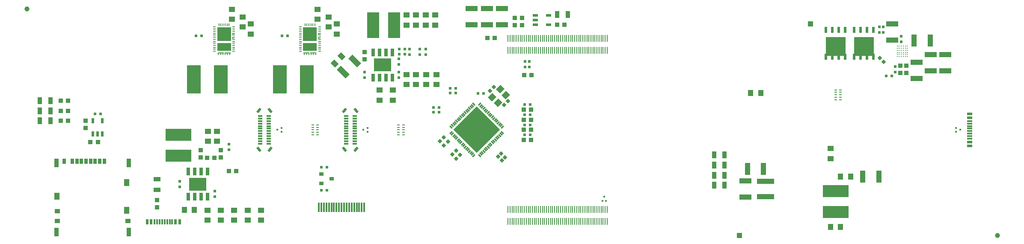
<source format=gbr>
%TF.GenerationSoftware,Altium Limited,Altium Designer,22.4.2 (48)*%
G04 Layer_Color=8421504*
%FSLAX26Y26*%
%MOIN*%
%TF.SameCoordinates,8C98EB32-1E12-42CD-A60B-9DA89663A72C*%
%TF.FilePolarity,Positive*%
%TF.FileFunction,Paste,Top*%
%TF.Part,Single*%
G01*
G75*
%TA.AperFunction,SMDPad,CuDef*%
%ADD12R,0.043307X0.023622*%
%ADD13R,0.043307X0.011811*%
%ADD14R,0.033465X0.011811*%
G04:AMPARAMS|DCode=15|XSize=19.685mil|YSize=40.551mil|CornerRadius=0mil|HoleSize=0mil|Usage=FLASHONLY|Rotation=40.000|XOffset=0mil|YOffset=0mil|HoleType=Round|Shape=Rectangle|*
%AMROTATEDRECTD15*
4,1,4,0.005493,-0.021859,-0.020573,0.009205,-0.005493,0.021859,0.020573,-0.009205,0.005493,-0.021859,0.0*
%
%ADD15ROTATEDRECTD15*%

G04:AMPARAMS|DCode=16|XSize=19.685mil|YSize=40.551mil|CornerRadius=0mil|HoleSize=0mil|Usage=FLASHONLY|Rotation=140.000|XOffset=0mil|YOffset=0mil|HoleType=Round|Shape=Rectangle|*
%AMROTATEDRECTD16*
4,1,4,0.020573,0.009205,-0.005493,-0.021859,-0.020573,-0.009205,0.005493,0.021859,0.020573,0.009205,0.0*
%
%ADD16ROTATEDRECTD16*%

%TA.AperFunction,BGAPad,CuDef*%
%ADD17C,0.007874*%
%TA.AperFunction,SMDPad,CuDef*%
%ADD18R,0.092520X0.200787*%
%ADD19R,0.035433X0.031496*%
%ADD20R,0.137795X0.102362*%
%ADD21R,0.031496X0.059055*%
%ADD22R,0.033465X0.035433*%
%ADD23R,0.023622X0.023622*%
%ADD24R,0.023622X0.007874*%
%ADD25R,0.107087X0.060236*%
%ADD26R,0.107087X0.107087*%
%ADD27R,0.009842X0.023622*%
%ADD28R,0.007874X0.023622*%
G04:AMPARAMS|DCode=29|XSize=11.024mil|YSize=27.165mil|CornerRadius=0mil|HoleSize=0mil|Usage=FLASHONLY|Rotation=315.000|XOffset=0mil|YOffset=0mil|HoleType=Round|Shape=Rectangle|*
%AMROTATEDRECTD29*
4,1,4,-0.013502,-0.005707,0.005707,0.013502,0.013502,0.005707,-0.005707,-0.013502,-0.013502,-0.005707,0.0*
%
%ADD29ROTATEDRECTD29*%

G04:AMPARAMS|DCode=30|XSize=11.024mil|YSize=27.165mil|CornerRadius=0mil|HoleSize=0mil|Usage=FLASHONLY|Rotation=45.000|XOffset=0mil|YOffset=0mil|HoleType=Round|Shape=Rectangle|*
%AMROTATEDRECTD30*
4,1,4,0.005707,-0.013502,-0.013502,0.005707,-0.005707,0.013502,0.013502,-0.005707,0.005707,-0.013502,0.0*
%
%ADD30ROTATEDRECTD30*%

%ADD31P,0.361905X4X180.0*%
%ADD32R,0.024016X0.050000*%
%ADD33R,0.035433X0.055118*%
%ADD34R,0.011811X0.074803*%
%ADD35R,0.007874X0.056299*%
%ADD36R,0.106299X0.220472*%
%ADD37R,0.049213X0.039370*%
%ADD38R,0.133858X0.043307*%
%ADD39R,0.039370X0.033465*%
%ADD40R,0.044488X0.055118*%
%ADD41R,0.035433X0.066929*%
%ADD42R,0.025591X0.039370*%
G04:AMPARAMS|DCode=43|XSize=51.181mil|YSize=43.307mil|CornerRadius=0mil|HoleSize=0mil|Usage=FLASHONLY|Rotation=225.000|XOffset=0mil|YOffset=0mil|HoleType=Round|Shape=Rectangle|*
%AMROTATEDRECTD43*
4,1,4,0.002784,0.033407,0.033407,0.002784,-0.002784,-0.033407,-0.033407,-0.002784,0.002784,0.033407,0.0*
%
%ADD43ROTATEDRECTD43*%

%ADD44R,0.023622X0.043307*%
%ADD45R,0.011811X0.043307*%
%TA.AperFunction,FiducialPad,Global*%
%ADD46C,0.039370*%
%ADD47R,0.039370X0.039370*%
%TA.AperFunction,SMDPad,CuDef*%
%ADD48P,0.033407X4X180.0*%
%ADD49R,0.043307X0.094488*%
%ADD50R,0.200787X0.092520*%
%ADD51R,0.023622X0.023622*%
%ADD52R,0.039370X0.049213*%
%ADD53R,0.035433X0.033465*%
%ADD54R,0.094488X0.043307*%
%ADD55P,0.033407X4X90.0*%
%ADD56R,0.055118X0.035433*%
%ADD57R,0.011811X0.011811*%
%ADD58R,0.011811X0.011811*%
%ADD59R,0.018701X0.007874*%
G04:AMPARAMS|DCode=60|XSize=43.307mil|YSize=94.488mil|CornerRadius=0mil|HoleSize=0mil|Usage=FLASHONLY|Rotation=45.000|XOffset=0mil|YOffset=0mil|HoleType=Round|Shape=Rectangle|*
%AMROTATEDRECTD60*
4,1,4,0.018095,-0.048718,-0.048718,0.018095,-0.018095,0.048718,0.048718,-0.018095,0.018095,-0.048718,0.0*
%
%ADD60ROTATEDRECTD60*%

G04:AMPARAMS|DCode=61|XSize=39.37mil|YSize=49.213mil|CornerRadius=0mil|HoleSize=0mil|Usage=FLASHONLY|Rotation=45.000|XOffset=0mil|YOffset=0mil|HoleType=Round|Shape=Rectangle|*
%AMROTATEDRECTD61*
4,1,4,0.003480,-0.031319,-0.031319,0.003480,-0.003480,0.031319,0.031319,-0.003480,0.003480,-0.031319,0.0*
%
%ADD61ROTATEDRECTD61*%

%TA.AperFunction,Conductor*%
%ADD73R,0.010827X0.023622*%
%ADD74R,0.045276X0.010827*%
%ADD75R,0.153937X0.147638*%
D12*
X9744094Y3047244D02*
D03*
Y3078740D02*
D03*
Y2858268D02*
D03*
Y2826772D02*
D03*
X6362205Y3848425D02*
D03*
X6464567Y3773622D02*
D03*
Y3848425D02*
D03*
X6362205Y3811024D02*
D03*
Y3773622D02*
D03*
D13*
X9744094Y2883858D02*
D03*
Y2903543D02*
D03*
Y2923228D02*
D03*
Y2942913D02*
D03*
Y2962598D02*
D03*
Y2982284D02*
D03*
Y3001968D02*
D03*
Y3021653D02*
D03*
D14*
X4953937Y3061024D02*
D03*
Y3041339D02*
D03*
Y3021653D02*
D03*
Y3001968D02*
D03*
Y2982284D02*
D03*
Y2962598D02*
D03*
Y2942913D02*
D03*
Y2923228D02*
D03*
Y2903543D02*
D03*
Y2883858D02*
D03*
Y2864173D02*
D03*
Y2844488D02*
D03*
X4888583D02*
D03*
Y2864173D02*
D03*
Y2883858D02*
D03*
Y2903543D02*
D03*
Y2923228D02*
D03*
Y2942913D02*
D03*
Y2962598D02*
D03*
Y2982284D02*
D03*
Y3001968D02*
D03*
Y3021653D02*
D03*
Y3041339D02*
D03*
Y3061024D02*
D03*
X4284646D02*
D03*
Y3041339D02*
D03*
Y3021653D02*
D03*
Y3001968D02*
D03*
Y2982284D02*
D03*
Y2962598D02*
D03*
Y2942913D02*
D03*
Y2923228D02*
D03*
Y2903543D02*
D03*
Y2883858D02*
D03*
Y2864173D02*
D03*
Y2844488D02*
D03*
X4219291D02*
D03*
Y2864173D02*
D03*
Y2883858D02*
D03*
Y2903543D02*
D03*
Y2923228D02*
D03*
Y2942913D02*
D03*
Y2962598D02*
D03*
Y2982284D02*
D03*
Y3001968D02*
D03*
Y3021653D02*
D03*
Y3041339D02*
D03*
Y3061024D02*
D03*
D15*
X4876575Y2800000D02*
D03*
X4965945Y3105512D02*
D03*
X4207283Y2800000D02*
D03*
X4296654Y3105512D02*
D03*
D16*
X4965945Y2800000D02*
D03*
X4876575Y3105512D02*
D03*
X4296654Y2800000D02*
D03*
X4207283Y3105512D02*
D03*
D17*
X9181102Y3527559D02*
D03*
Y3543307D02*
D03*
Y3559055D02*
D03*
Y3574803D02*
D03*
Y3590551D02*
D03*
Y3606299D02*
D03*
X9196850Y3527559D02*
D03*
Y3543307D02*
D03*
Y3559055D02*
D03*
Y3574803D02*
D03*
Y3590551D02*
D03*
Y3606299D02*
D03*
X9212598Y3527559D02*
D03*
Y3543307D02*
D03*
Y3559055D02*
D03*
Y3574803D02*
D03*
Y3590551D02*
D03*
Y3606299D02*
D03*
X9228346Y3527559D02*
D03*
Y3543307D02*
D03*
Y3559055D02*
D03*
Y3574803D02*
D03*
Y3590551D02*
D03*
Y3606299D02*
D03*
X9244094Y3527559D02*
D03*
Y3543307D02*
D03*
Y3559055D02*
D03*
Y3574803D02*
D03*
Y3590551D02*
D03*
Y3606299D02*
D03*
X9259843Y3527559D02*
D03*
Y3543307D02*
D03*
Y3559055D02*
D03*
Y3574803D02*
D03*
Y3590551D02*
D03*
Y3606299D02*
D03*
D18*
X5099409Y3771653D02*
D03*
X5262795D02*
D03*
D19*
X4775591Y2570868D02*
D03*
X4696850Y2533467D02*
D03*
Y2608270D02*
D03*
D20*
X5173228Y3460630D02*
D03*
X3732284Y2528543D02*
D03*
D21*
X5098228Y3362205D02*
D03*
X5148228D02*
D03*
X5248228D02*
D03*
X5198228D02*
D03*
Y3559055D02*
D03*
X5248228D02*
D03*
X5148228D02*
D03*
X5098228D02*
D03*
X3657284Y2430118D02*
D03*
X3707284D02*
D03*
X3807284D02*
D03*
X3757284D02*
D03*
Y2626968D02*
D03*
X3807284D02*
D03*
X3707284D02*
D03*
X3657284D02*
D03*
D22*
X6270669Y2874016D02*
D03*
X6327756D02*
D03*
X3863189Y2733268D02*
D03*
X3806102D02*
D03*
X3975394Y2630905D02*
D03*
X4032480D02*
D03*
X2953746Y2858268D02*
D03*
X2896659D02*
D03*
X2721457Y3023622D02*
D03*
X2664370D02*
D03*
X5987205Y3669291D02*
D03*
X6044291D02*
D03*
X6331693Y3381890D02*
D03*
X6274606D02*
D03*
X2664370Y3102362D02*
D03*
X2721457D02*
D03*
X6587598Y3775591D02*
D03*
X6530512D02*
D03*
X2664370Y3181102D02*
D03*
X2721457D02*
D03*
X6270669Y3110236D02*
D03*
X6327756D02*
D03*
X6270669Y3031496D02*
D03*
X6327756D02*
D03*
X6270669Y2952756D02*
D03*
X6327756D02*
D03*
D23*
X3761811Y3688976D02*
D03*
X3718504D02*
D03*
X5344488Y3582677D02*
D03*
X5301181D02*
D03*
X4738189Y2661417D02*
D03*
X4694882D02*
D03*
X4738189Y2480315D02*
D03*
X4694882D02*
D03*
X5742126Y3276575D02*
D03*
X5698819D02*
D03*
X5742126Y3241142D02*
D03*
X5698819D02*
D03*
X5612205Y3125984D02*
D03*
X5568898D02*
D03*
Y3090551D02*
D03*
X5612205D02*
D03*
X5301181Y3543307D02*
D03*
X5344488D02*
D03*
X2974415Y3078740D02*
D03*
X2931108D02*
D03*
X6320866Y3149606D02*
D03*
X6277559D02*
D03*
X6320866Y3070866D02*
D03*
X6277559D02*
D03*
X6320866Y2992126D02*
D03*
X6277559D02*
D03*
X6320866Y2913386D02*
D03*
X6277559D02*
D03*
X5958661Y3236220D02*
D03*
X5915354D02*
D03*
X9139764Y3374016D02*
D03*
X9096457D02*
D03*
X4431102Y3688976D02*
D03*
X4387795D02*
D03*
D24*
X4531496Y3677165D02*
D03*
X4681102Y3755905D02*
D03*
Y3740157D02*
D03*
Y3708661D02*
D03*
Y3692913D02*
D03*
Y3677165D02*
D03*
Y3661417D02*
D03*
Y3645669D02*
D03*
Y3629921D02*
D03*
Y3614173D02*
D03*
Y3598425D02*
D03*
Y3582677D02*
D03*
Y3566929D02*
D03*
X4531496D02*
D03*
Y3582677D02*
D03*
Y3598425D02*
D03*
Y3614173D02*
D03*
Y3629921D02*
D03*
Y3645669D02*
D03*
Y3661417D02*
D03*
Y3692913D02*
D03*
Y3708661D02*
D03*
Y3724409D02*
D03*
Y3740157D02*
D03*
Y3755905D02*
D03*
X4681102Y3724409D02*
D03*
X3862205Y3677165D02*
D03*
X4011811Y3755905D02*
D03*
Y3740157D02*
D03*
Y3708661D02*
D03*
Y3692913D02*
D03*
Y3677165D02*
D03*
Y3661417D02*
D03*
Y3645669D02*
D03*
Y3629921D02*
D03*
Y3614173D02*
D03*
Y3598425D02*
D03*
Y3582677D02*
D03*
Y3566929D02*
D03*
X3862205D02*
D03*
Y3582677D02*
D03*
Y3598425D02*
D03*
Y3614173D02*
D03*
Y3629921D02*
D03*
Y3645669D02*
D03*
Y3661417D02*
D03*
Y3692913D02*
D03*
Y3708661D02*
D03*
Y3724409D02*
D03*
Y3740157D02*
D03*
Y3755905D02*
D03*
X4011811Y3724409D02*
D03*
D25*
X4606299Y3600000D02*
D03*
X3937008D02*
D03*
D26*
X4606299Y3699409D02*
D03*
X3937008D02*
D03*
D27*
X4650591Y3547244D02*
D03*
X4562008D02*
D03*
X3981299D02*
D03*
X3892717D02*
D03*
D28*
X4631890D02*
D03*
X4614173D02*
D03*
X4598425D02*
D03*
X4580709D02*
D03*
X4566929Y3775590D02*
D03*
X4582677D02*
D03*
X4598425D02*
D03*
X4614173D02*
D03*
X4629921D02*
D03*
X4645669D02*
D03*
X3962599Y3547244D02*
D03*
X3944882D02*
D03*
X3929134D02*
D03*
X3911417D02*
D03*
X3897638Y3775590D02*
D03*
X3913386D02*
D03*
X3929134D02*
D03*
X3944882D02*
D03*
X3960630D02*
D03*
X3976378D02*
D03*
D29*
X5883241Y2752316D02*
D03*
X5872105Y2763452D02*
D03*
X5860970Y2774587D02*
D03*
X5849834Y2785723D02*
D03*
X5838699Y2796858D02*
D03*
X5827563Y2807994D02*
D03*
X5816427Y2819129D02*
D03*
X5805292Y2830265D02*
D03*
X5794156Y2841401D02*
D03*
X5783021Y2852536D02*
D03*
X5771885Y2863672D02*
D03*
X5760750Y2874807D02*
D03*
X5705072Y2930485D02*
D03*
X5716208Y2919349D02*
D03*
X5727343Y2908214D02*
D03*
X5738479Y2897078D02*
D03*
X5749614Y2885943D02*
D03*
X5938918Y3142060D02*
D03*
X5927783Y3153196D02*
D03*
X5950054Y3130925D02*
D03*
X5961190Y3119789D02*
D03*
X5972325Y3108653D02*
D03*
X5983461Y3097518D02*
D03*
X5994596Y3086382D02*
D03*
X6005732Y3075247D02*
D03*
X6016867Y3064111D02*
D03*
X6028003Y3052976D02*
D03*
X6105952Y2975027D02*
D03*
X6094816Y2986162D02*
D03*
X6083680Y2997298D02*
D03*
X6072545Y3008434D02*
D03*
X6061409Y3019569D02*
D03*
X6050274Y3030705D02*
D03*
X6039138Y3041840D02*
D03*
D30*
X5727343Y2997298D02*
D03*
X5716208Y2986162D02*
D03*
X5705072Y2975027D02*
D03*
X5738479Y3008434D02*
D03*
X5749614Y3019569D02*
D03*
X5760750Y3030705D02*
D03*
X5771885Y3041840D02*
D03*
X5783021Y3052976D02*
D03*
X5794156Y3064111D02*
D03*
X5805292Y3075247D02*
D03*
X5816427Y3086382D02*
D03*
X5883241Y3153196D02*
D03*
X5872105Y3142060D02*
D03*
X5860970Y3130925D02*
D03*
X5849834Y3119789D02*
D03*
X5838699Y3108653D02*
D03*
X5827563Y3097518D02*
D03*
X6105952Y2930485D02*
D03*
X6094816Y2919349D02*
D03*
X6083680Y2908214D02*
D03*
X6072545Y2897078D02*
D03*
X6061409Y2885943D02*
D03*
X6050274Y2874807D02*
D03*
X6039138Y2863672D02*
D03*
X6028003Y2852536D02*
D03*
X6016867Y2841401D02*
D03*
X5927783Y2752316D02*
D03*
X5938918Y2763452D02*
D03*
X5950054Y2774587D02*
D03*
X5961190Y2785723D02*
D03*
X5972325Y2796858D02*
D03*
X5983461Y2807994D02*
D03*
X5994596Y2819129D02*
D03*
X6005732Y2830265D02*
D03*
D31*
X5905512Y2952756D02*
D03*
D32*
X8996260Y3735039D02*
D03*
X8946260D02*
D03*
X8896260D02*
D03*
X8846260D02*
D03*
Y3524803D02*
D03*
X8896260D02*
D03*
X8946260D02*
D03*
X8996260D02*
D03*
X8775787Y3735039D02*
D03*
X8725787D02*
D03*
X8675787D02*
D03*
X8625787D02*
D03*
Y3524803D02*
D03*
X8675787D02*
D03*
X8725787D02*
D03*
X8775787D02*
D03*
D33*
X7753937Y2519685D02*
D03*
X7836614D02*
D03*
X2584646Y3023622D02*
D03*
X2501968D02*
D03*
X2584646Y3102362D02*
D03*
X2501968D02*
D03*
X6533465Y3854331D02*
D03*
X6616142D02*
D03*
X2584646Y3181102D02*
D03*
X2501968D02*
D03*
X7753937Y2755905D02*
D03*
X7836614D02*
D03*
X7753937Y2677165D02*
D03*
X7836614D02*
D03*
X7753937Y2598425D02*
D03*
X7836614D02*
D03*
D34*
X5029528Y2346457D02*
D03*
X5009842D02*
D03*
X4990158D02*
D03*
X4950787D02*
D03*
X4911417D02*
D03*
X4970472D02*
D03*
X4931102D02*
D03*
X4891732D02*
D03*
X4872047D02*
D03*
X4852362D02*
D03*
X4675197D02*
D03*
X4694882D02*
D03*
X4734252D02*
D03*
X4773622D02*
D03*
X4714567D02*
D03*
X4753937D02*
D03*
X4793307D02*
D03*
X4812992D02*
D03*
X4832677D02*
D03*
D35*
X6543307Y2236614D02*
D03*
X6559055D02*
D03*
X6574803D02*
D03*
X6590551D02*
D03*
X6606299D02*
D03*
X6622047D02*
D03*
X6637795D02*
D03*
X6653543D02*
D03*
X6669291D02*
D03*
X6685039D02*
D03*
X6700787D02*
D03*
X6716535D02*
D03*
X6732283D02*
D03*
X6748031D02*
D03*
X6763779D02*
D03*
X6779528D02*
D03*
X6795276D02*
D03*
X6811024D02*
D03*
X6826772D02*
D03*
X6842520D02*
D03*
X6858268D02*
D03*
X6874016D02*
D03*
X6889764D02*
D03*
X6905512D02*
D03*
X6921260D02*
D03*
X6149606D02*
D03*
X6165354D02*
D03*
X6181102D02*
D03*
X6196850D02*
D03*
X6212598D02*
D03*
X6228346D02*
D03*
X6244094D02*
D03*
X6259842D02*
D03*
X6275590D02*
D03*
X6291338D02*
D03*
X6307087D02*
D03*
X6322834D02*
D03*
X6338583D02*
D03*
X6354331D02*
D03*
X6370079D02*
D03*
X6385827D02*
D03*
X6401575D02*
D03*
X6417323D02*
D03*
X6433071D02*
D03*
X6448819D02*
D03*
X6464567D02*
D03*
X6480315D02*
D03*
X6496063D02*
D03*
X6511811D02*
D03*
X6527559D02*
D03*
X6543307Y2330315D02*
D03*
X6559055D02*
D03*
X6574803D02*
D03*
X6590551D02*
D03*
X6606299D02*
D03*
X6622047D02*
D03*
X6637795D02*
D03*
X6653543D02*
D03*
X6669291D02*
D03*
X6685039D02*
D03*
X6700787D02*
D03*
X6716535D02*
D03*
X6732283D02*
D03*
X6748031D02*
D03*
X6763779D02*
D03*
X6779528D02*
D03*
X6795276D02*
D03*
X6811024D02*
D03*
X6826772D02*
D03*
X6842520D02*
D03*
X6858268D02*
D03*
X6874016D02*
D03*
X6889764D02*
D03*
X6905512D02*
D03*
X6921260D02*
D03*
X6149606D02*
D03*
X6165354D02*
D03*
X6181102D02*
D03*
X6196850D02*
D03*
X6212598D02*
D03*
X6228346D02*
D03*
X6244094D02*
D03*
X6259842D02*
D03*
X6275590D02*
D03*
X6291338D02*
D03*
X6307087D02*
D03*
X6322834D02*
D03*
X6338583D02*
D03*
X6354331D02*
D03*
X6370079D02*
D03*
X6385827D02*
D03*
X6401575D02*
D03*
X6417323D02*
D03*
X6433071D02*
D03*
X6448819D02*
D03*
X6464567D02*
D03*
X6480315D02*
D03*
X6496063D02*
D03*
X6511811D02*
D03*
X6527559D02*
D03*
X6543307Y3575197D02*
D03*
X6559055D02*
D03*
X6574803D02*
D03*
X6590551D02*
D03*
X6606299D02*
D03*
X6622047D02*
D03*
X6637795D02*
D03*
X6653543D02*
D03*
X6669291D02*
D03*
X6685039D02*
D03*
X6700787D02*
D03*
X6716535D02*
D03*
X6732283D02*
D03*
X6748031D02*
D03*
X6763779D02*
D03*
X6779528D02*
D03*
X6795276D02*
D03*
X6811024D02*
D03*
X6826772D02*
D03*
X6842520D02*
D03*
X6858268D02*
D03*
X6874016D02*
D03*
X6889764D02*
D03*
X6905512D02*
D03*
X6921260D02*
D03*
X6149606D02*
D03*
X6165354D02*
D03*
X6181102D02*
D03*
X6196850D02*
D03*
X6212598D02*
D03*
X6228346D02*
D03*
X6244094D02*
D03*
X6259842D02*
D03*
X6275590D02*
D03*
X6291338D02*
D03*
X6307087D02*
D03*
X6322834D02*
D03*
X6338583D02*
D03*
X6354331D02*
D03*
X6370079D02*
D03*
X6385827D02*
D03*
X6401575D02*
D03*
X6417323D02*
D03*
X6433071D02*
D03*
X6448819D02*
D03*
X6464567D02*
D03*
X6480315D02*
D03*
X6496063D02*
D03*
X6511811D02*
D03*
X6527559D02*
D03*
X6543307Y3668898D02*
D03*
X6559055D02*
D03*
X6574803D02*
D03*
X6590551D02*
D03*
X6606299D02*
D03*
X6622047D02*
D03*
X6637795D02*
D03*
X6653543D02*
D03*
X6669291D02*
D03*
X6685039D02*
D03*
X6700787D02*
D03*
X6716535D02*
D03*
X6732283D02*
D03*
X6748031D02*
D03*
X6763779D02*
D03*
X6779528D02*
D03*
X6795276D02*
D03*
X6811024D02*
D03*
X6826772D02*
D03*
X6842520D02*
D03*
X6858268D02*
D03*
X6874016D02*
D03*
X6889764D02*
D03*
X6905512D02*
D03*
X6921260D02*
D03*
X6149606D02*
D03*
X6165354D02*
D03*
X6181102D02*
D03*
X6196850D02*
D03*
X6212598D02*
D03*
X6228346D02*
D03*
X6244094D02*
D03*
X6259842D02*
D03*
X6275590D02*
D03*
X6291338D02*
D03*
X6307087D02*
D03*
X6322834D02*
D03*
X6338583D02*
D03*
X6354331D02*
D03*
X6370079D02*
D03*
X6385827D02*
D03*
X6401575D02*
D03*
X6417323D02*
D03*
X6433071D02*
D03*
X6448819D02*
D03*
X6464567D02*
D03*
X6480315D02*
D03*
X6496063D02*
D03*
X6511811D02*
D03*
X6527559D02*
D03*
D36*
X3702756Y3346457D02*
D03*
X3911417D02*
D03*
X4372047D02*
D03*
X4580709D02*
D03*
D37*
X8661417Y2727362D02*
D03*
Y2806102D02*
D03*
X3811024Y2863189D02*
D03*
Y2941929D02*
D03*
X3881890Y2863189D02*
D03*
Y2941929D02*
D03*
X4224495Y2246938D02*
D03*
Y2325678D02*
D03*
X4121143Y2246938D02*
D03*
Y2325678D02*
D03*
X4016808Y2246938D02*
D03*
Y2325678D02*
D03*
X3912472Y2246938D02*
D03*
Y2325678D02*
D03*
X3809120Y2246938D02*
D03*
Y2325678D02*
D03*
X5358268Y3850394D02*
D03*
Y3771653D02*
D03*
X5507874Y3850394D02*
D03*
Y3771653D02*
D03*
X5433071Y3850394D02*
D03*
Y3771653D02*
D03*
X5582677Y3850394D02*
D03*
Y3771653D02*
D03*
X5590551Y3385827D02*
D03*
Y3307087D02*
D03*
X5511811Y3385827D02*
D03*
Y3307087D02*
D03*
X5433071Y3385827D02*
D03*
Y3307087D02*
D03*
X5358290Y3385827D02*
D03*
Y3307087D02*
D03*
X5251991Y3185044D02*
D03*
Y3263784D02*
D03*
X5149629Y3185044D02*
D03*
Y3263784D02*
D03*
X3997047Y3895669D02*
D03*
Y3816929D02*
D03*
X4666339Y3895669D02*
D03*
Y3816929D02*
D03*
X4751968Y3834646D02*
D03*
Y3755905D02*
D03*
X4145669Y3779528D02*
D03*
Y3700787D02*
D03*
X4814961Y3779528D02*
D03*
Y3700787D02*
D03*
X4082677Y3834646D02*
D03*
Y3755905D02*
D03*
D38*
X8155512Y2549213D02*
D03*
Y2431102D02*
D03*
D39*
X3188976Y2241929D02*
D03*
X2637795D02*
D03*
Y2317913D02*
D03*
D40*
X2635827Y2434055D02*
D03*
X3179134Y2540354D02*
D03*
Y2325787D02*
D03*
D41*
X2631890Y2693898D02*
D03*
X3194882D02*
D03*
X2632978Y2154528D02*
D03*
X3195984Y2154169D02*
D03*
D42*
X2692126Y2708661D02*
D03*
X2791339D02*
D03*
X2826772D02*
D03*
X2862205D02*
D03*
X2897638D02*
D03*
X2933071D02*
D03*
X2968504D02*
D03*
X3003937D02*
D03*
X2755905D02*
D03*
D43*
X6131634Y3224887D02*
D03*
X6070389Y3163642D02*
D03*
X6025846Y3208184D02*
D03*
X6087092Y3269429D02*
D03*
D44*
X3559055Y2234252D02*
D03*
X3590551D02*
D03*
X3370079D02*
D03*
X3338583D02*
D03*
X2915354Y2921260D02*
D03*
X2990157Y3023622D02*
D03*
X2915354D02*
D03*
X2952756Y2921260D02*
D03*
X2990157D02*
D03*
D45*
X3395669Y2234252D02*
D03*
X3415354D02*
D03*
X3435039D02*
D03*
X3454724D02*
D03*
X3474409D02*
D03*
X3494095D02*
D03*
X3513780D02*
D03*
X3533465D02*
D03*
D46*
X9960630Y2125984D02*
D03*
X2401575Y3897638D02*
D03*
D47*
X8503937Y3779528D02*
D03*
X7952756Y2125984D02*
D03*
D48*
X6071303Y2743658D02*
D03*
X6101925Y2713035D02*
D03*
X6094925Y2767280D02*
D03*
X6125547Y2736657D02*
D03*
X9074366Y3484689D02*
D03*
X9043744Y3515311D02*
D03*
D49*
X8913386Y2588583D02*
D03*
X9039370D02*
D03*
X8013780Y2647638D02*
D03*
X8139764D02*
D03*
X9437008Y3649606D02*
D03*
X9311024D02*
D03*
D50*
X8700787Y2310039D02*
D03*
Y2473425D02*
D03*
X3582677Y2750000D02*
D03*
Y2913386D02*
D03*
D51*
X3590551Y2506890D02*
D03*
Y2550197D02*
D03*
X3866142Y2475394D02*
D03*
Y2432087D02*
D03*
X3976378Y2841535D02*
D03*
Y2798228D02*
D03*
X9165354Y3403543D02*
D03*
Y3446850D02*
D03*
X5031496Y3360236D02*
D03*
Y3403543D02*
D03*
X5507874Y3541339D02*
D03*
Y3584646D02*
D03*
X5299213Y3403543D02*
D03*
Y3360236D02*
D03*
X5381890Y3584646D02*
D03*
Y3541339D02*
D03*
X9212598Y3683071D02*
D03*
Y3639764D02*
D03*
X5460630Y3584646D02*
D03*
Y3541339D02*
D03*
X5299213Y3505905D02*
D03*
Y3462598D02*
D03*
X6314961Y3486220D02*
D03*
Y3442913D02*
D03*
X6283465Y3486220D02*
D03*
Y3442913D02*
D03*
X9040354Y3712599D02*
D03*
Y3755905D02*
D03*
X9071850Y3712599D02*
D03*
Y3755905D02*
D03*
D52*
X3627843Y2327696D02*
D03*
X3706584D02*
D03*
X8118110Y3240157D02*
D03*
X8039370D02*
D03*
X8661417Y2194882D02*
D03*
X8740157D02*
D03*
X8818898Y2588583D02*
D03*
X8740157D02*
D03*
D53*
X3755905Y2793307D02*
D03*
Y2736220D02*
D03*
X3913386Y2793307D02*
D03*
Y2736220D02*
D03*
X9251968Y3396654D02*
D03*
Y3453740D02*
D03*
X9204724Y3396654D02*
D03*
Y3453740D02*
D03*
X2858273Y2967520D02*
D03*
Y3024606D02*
D03*
X6200787Y3827756D02*
D03*
Y3770669D02*
D03*
X6259842Y3827756D02*
D03*
Y3770669D02*
D03*
X5031496Y3560039D02*
D03*
Y3502953D02*
D03*
X3415354Y2405512D02*
D03*
Y2348425D02*
D03*
D54*
X7998032Y2553150D02*
D03*
Y2427165D02*
D03*
X9141732Y3779528D02*
D03*
Y3653543D02*
D03*
X9330709Y3354331D02*
D03*
Y3480315D02*
D03*
X9555118Y3413386D02*
D03*
Y3539370D02*
D03*
X9440945Y3413386D02*
D03*
Y3539370D02*
D03*
X6102362Y3901575D02*
D03*
Y3775591D02*
D03*
X5866142Y3901575D02*
D03*
Y3775591D02*
D03*
X5984252Y3901575D02*
D03*
Y3775591D02*
D03*
D55*
X5649170Y2893264D02*
D03*
X5618547Y2862642D02*
D03*
X5680666Y2861768D02*
D03*
X5650043Y2831145D02*
D03*
X5744642Y2789918D02*
D03*
X5714019Y2759295D02*
D03*
X5776138Y2758421D02*
D03*
X5745516Y2727799D02*
D03*
X6038933Y3286965D02*
D03*
X6008311Y3256342D02*
D03*
X6149169Y3176729D02*
D03*
X6118547Y3146106D02*
D03*
D56*
X3415354Y2485236D02*
D03*
Y2567913D02*
D03*
D57*
X6897638Y2431102D02*
D03*
X6911417Y2397638D02*
D03*
X6883858D02*
D03*
D58*
X4353346Y2952756D02*
D03*
X4386811Y2966535D02*
D03*
Y2938976D02*
D03*
X5022638Y2952756D02*
D03*
X5056102Y2966535D02*
D03*
Y2938976D02*
D03*
X9671260Y2952756D02*
D03*
X9637795Y2938976D02*
D03*
Y2966535D02*
D03*
D59*
X4664370Y2992126D02*
D03*
Y2972441D02*
D03*
Y2952756D02*
D03*
Y2933071D02*
D03*
Y2913386D02*
D03*
X4626968D02*
D03*
Y2933071D02*
D03*
Y2952756D02*
D03*
Y2972441D02*
D03*
Y2992126D02*
D03*
X5333661D02*
D03*
Y2972441D02*
D03*
Y2952756D02*
D03*
Y2933071D02*
D03*
Y2913386D02*
D03*
X5296260D02*
D03*
Y2933071D02*
D03*
Y2952756D02*
D03*
Y2972441D02*
D03*
Y2992126D02*
D03*
X8701772Y3187008D02*
D03*
Y3206693D02*
D03*
Y3226378D02*
D03*
Y3246063D02*
D03*
Y3265748D02*
D03*
X8739173D02*
D03*
Y3246063D02*
D03*
Y3226378D02*
D03*
Y3206693D02*
D03*
Y3187008D02*
D03*
D60*
X4865891Y3403293D02*
D03*
X4954975Y3492377D02*
D03*
D61*
X4852642Y3526855D02*
D03*
X4796964Y3471177D02*
D03*
D73*
X4674705Y3669296D02*
D03*
X4674709Y3700787D02*
D03*
X4005396Y3669292D02*
D03*
X4005413Y3700805D02*
D03*
D74*
X4579731Y3553643D02*
D03*
X4632881D02*
D03*
X3910428Y3553641D02*
D03*
X3963578D02*
D03*
D75*
X8921260Y3604331D02*
D03*
X8700787D02*
D03*
%TF.MD5,8ad48be2c2a93fe49f6167ad89a17079*%
M02*

</source>
